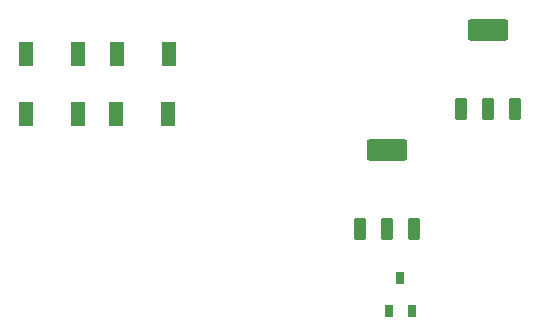
<source format=gtp>
G04*
G04 #@! TF.GenerationSoftware,Altium Limited,Altium Designer,19.0.15 (446)*
G04*
G04 Layer_Color=8421504*
%FSLAX25Y25*%
%MOIN*%
G70*
G01*
G75*
G04:AMPARAMS|DCode=16|XSize=133.86mil|YSize=70.87mil|CornerRadius=7.09mil|HoleSize=0mil|Usage=FLASHONLY|Rotation=180.000|XOffset=0mil|YOffset=0mil|HoleType=Round|Shape=RoundedRectangle|*
%AMROUNDEDRECTD16*
21,1,0.13386,0.05669,0,0,180.0*
21,1,0.11969,0.07087,0,0,180.0*
1,1,0.01417,-0.05984,0.02835*
1,1,0.01417,0.05984,0.02835*
1,1,0.01417,0.05984,-0.02835*
1,1,0.01417,-0.05984,-0.02835*
%
%ADD16ROUNDEDRECTD16*%
G04:AMPARAMS|DCode=17|XSize=70.87mil|YSize=39.37mil|CornerRadius=3.94mil|HoleSize=0mil|Usage=FLASHONLY|Rotation=90.000|XOffset=0mil|YOffset=0mil|HoleType=Round|Shape=RoundedRectangle|*
%AMROUNDEDRECTD17*
21,1,0.07087,0.03150,0,0,90.0*
21,1,0.06299,0.03937,0,0,90.0*
1,1,0.00787,0.01575,0.03150*
1,1,0.00787,0.01575,-0.03150*
1,1,0.00787,-0.01575,-0.03150*
1,1,0.00787,-0.01575,0.03150*
%
%ADD17ROUNDEDRECTD17*%
G04:AMPARAMS|DCode=18|XSize=43.31mil|YSize=27.56mil|CornerRadius=2.76mil|HoleSize=0mil|Usage=FLASHONLY|Rotation=90.000|XOffset=0mil|YOffset=0mil|HoleType=Round|Shape=RoundedRectangle|*
%AMROUNDEDRECTD18*
21,1,0.04331,0.02205,0,0,90.0*
21,1,0.03780,0.02756,0,0,90.0*
1,1,0.00551,0.01102,0.01890*
1,1,0.00551,0.01102,-0.01890*
1,1,0.00551,-0.01102,-0.01890*
1,1,0.00551,-0.01102,0.01890*
%
%ADD18ROUNDEDRECTD18*%
G04:AMPARAMS|DCode=19|XSize=82.68mil|YSize=47.24mil|CornerRadius=4.72mil|HoleSize=0mil|Usage=FLASHONLY|Rotation=270.000|XOffset=0mil|YOffset=0mil|HoleType=Round|Shape=RoundedRectangle|*
%AMROUNDEDRECTD19*
21,1,0.08268,0.03780,0,0,270.0*
21,1,0.07323,0.04724,0,0,270.0*
1,1,0.00945,-0.01890,-0.03661*
1,1,0.00945,-0.01890,0.03661*
1,1,0.00945,0.01890,0.03661*
1,1,0.00945,0.01890,-0.03661*
%
%ADD19ROUNDEDRECTD19*%
D16*
X225079Y148189D02*
D03*
X191516Y108189D02*
D03*
D17*
X234095Y121811D02*
D03*
X225079D02*
D03*
X216063D02*
D03*
X200531Y81811D02*
D03*
X191516D02*
D03*
X182500D02*
D03*
D18*
X195984Y65512D02*
D03*
X199724Y54488D02*
D03*
X192244D02*
D03*
D19*
X71339Y140000D02*
D03*
X88661D02*
D03*
X101478D02*
D03*
X118801D02*
D03*
X101339Y120000D02*
D03*
X118661D02*
D03*
X71339D02*
D03*
X88661D02*
D03*
M02*

</source>
